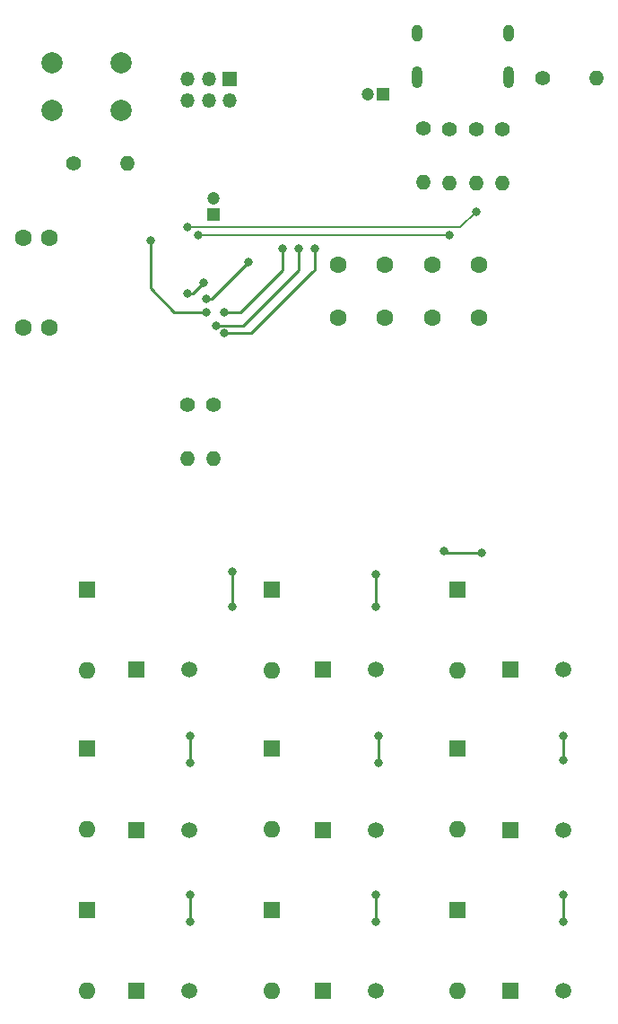
<source format=gbl>
G04 #@! TF.GenerationSoftware,KiCad,Pcbnew,(6.0.5)*
G04 #@! TF.CreationDate,2022-08-13T18:19:54+10:00*
G04 #@! TF.ProjectId,test_microcontroller,74657374-5f6d-4696-9372-6f636f6e7472,rev?*
G04 #@! TF.SameCoordinates,Original*
G04 #@! TF.FileFunction,Copper,L2,Bot*
G04 #@! TF.FilePolarity,Positive*
%FSLAX46Y46*%
G04 Gerber Fmt 4.6, Leading zero omitted, Abs format (unit mm)*
G04 Created by KiCad (PCBNEW (6.0.5)) date 2022-08-13 18:19:54*
%MOMM*%
%LPD*%
G01*
G04 APERTURE LIST*
G04 #@! TA.AperFunction,ComponentPad*
%ADD10R,1.600000X1.600000*%
G04 #@! TD*
G04 #@! TA.AperFunction,ComponentPad*
%ADD11O,1.600000X1.600000*%
G04 #@! TD*
G04 #@! TA.AperFunction,ComponentPad*
%ADD12R,1.508000X1.508000*%
G04 #@! TD*
G04 #@! TA.AperFunction,ComponentPad*
%ADD13C,1.508000*%
G04 #@! TD*
G04 #@! TA.AperFunction,ComponentPad*
%ADD14C,1.600000*%
G04 #@! TD*
G04 #@! TA.AperFunction,ComponentPad*
%ADD15C,1.400000*%
G04 #@! TD*
G04 #@! TA.AperFunction,ComponentPad*
%ADD16O,1.400000X1.400000*%
G04 #@! TD*
G04 #@! TA.AperFunction,ComponentPad*
%ADD17R,1.200000X1.200000*%
G04 #@! TD*
G04 #@! TA.AperFunction,ComponentPad*
%ADD18C,1.200000*%
G04 #@! TD*
G04 #@! TA.AperFunction,ComponentPad*
%ADD19R,1.350000X1.350000*%
G04 #@! TD*
G04 #@! TA.AperFunction,ComponentPad*
%ADD20O,1.350000X1.350000*%
G04 #@! TD*
G04 #@! TA.AperFunction,ComponentPad*
%ADD21O,1.000000X1.600000*%
G04 #@! TD*
G04 #@! TA.AperFunction,ComponentPad*
%ADD22O,1.000000X2.100000*%
G04 #@! TD*
G04 #@! TA.AperFunction,ComponentPad*
%ADD23C,2.000000*%
G04 #@! TD*
G04 #@! TA.AperFunction,ViaPad*
%ADD24C,0.800000*%
G04 #@! TD*
G04 #@! TA.AperFunction,Conductor*
%ADD25C,0.250000*%
G04 #@! TD*
G04 #@! TA.AperFunction,Conductor*
%ADD26C,0.200000*%
G04 #@! TD*
G04 APERTURE END LIST*
D10*
X43500000Y-74690000D03*
D11*
X43500000Y-82310000D03*
D12*
X65821850Y-97375000D03*
D13*
X70825650Y-97375000D03*
D12*
X83498100Y-97375000D03*
D13*
X88501900Y-97375000D03*
D12*
X65821850Y-82250000D03*
D13*
X70825650Y-82250000D03*
D12*
X65821850Y-112500000D03*
D13*
X70825650Y-112500000D03*
D14*
X37500000Y-50000000D03*
X40000000Y-50000000D03*
D10*
X61000000Y-74690000D03*
D11*
X61000000Y-82310000D03*
D15*
X86500000Y-26460000D03*
D16*
X91580000Y-26460000D03*
D14*
X80500000Y-44000000D03*
X80500000Y-49000000D03*
D17*
X55500000Y-39250000D03*
D18*
X55500000Y-37750000D03*
D19*
X57000000Y-26500000D03*
D20*
X57000000Y-28500000D03*
X55000000Y-26500000D03*
X55000000Y-28500000D03*
X53000000Y-26500000D03*
X53000000Y-28500000D03*
D15*
X42250000Y-34500000D03*
D16*
X47330000Y-34500000D03*
D14*
X71666668Y-44000000D03*
X71666668Y-49000000D03*
D15*
X80250000Y-31210000D03*
D16*
X80250000Y-36290000D03*
D21*
X74680000Y-22160000D03*
X83320000Y-22160000D03*
D22*
X83320000Y-26340000D03*
X74680000Y-26340000D03*
D10*
X78500000Y-104940000D03*
D11*
X78500000Y-112560000D03*
D15*
X75250000Y-31170000D03*
D16*
X75250000Y-36250000D03*
D12*
X48145600Y-82250000D03*
D13*
X53149400Y-82250000D03*
D23*
X46750000Y-25000000D03*
X40250000Y-25000000D03*
X46750000Y-29500000D03*
X40250000Y-29500000D03*
D12*
X83498100Y-82250000D03*
D13*
X88501900Y-82250000D03*
D17*
X71500000Y-27960000D03*
D18*
X70000000Y-27960000D03*
D15*
X77750000Y-31210000D03*
D16*
X77750000Y-36290000D03*
D15*
X82750000Y-31210000D03*
D16*
X82750000Y-36290000D03*
D12*
X48145600Y-112500000D03*
D13*
X53149400Y-112500000D03*
D15*
X53000000Y-57250000D03*
D16*
X53000000Y-62330000D03*
D10*
X43500000Y-89690000D03*
D11*
X43500000Y-97310000D03*
D12*
X48145600Y-97375000D03*
D13*
X53149400Y-97375000D03*
D12*
X83498100Y-112500000D03*
D13*
X88501900Y-112500000D03*
D14*
X37500000Y-41500000D03*
X40000000Y-41500000D03*
D10*
X43500000Y-104940000D03*
D11*
X43500000Y-112560000D03*
D14*
X76083334Y-44000000D03*
X76083334Y-49000000D03*
D10*
X78500000Y-89690000D03*
D11*
X78500000Y-97310000D03*
D10*
X61000000Y-89690000D03*
D11*
X61000000Y-97310000D03*
D10*
X61000000Y-104940000D03*
D11*
X61000000Y-112560000D03*
D10*
X78500000Y-74690000D03*
D11*
X78500000Y-82310000D03*
D15*
X55500000Y-57250000D03*
D16*
X55500000Y-62330000D03*
D14*
X67250000Y-44000000D03*
X67250000Y-49000000D03*
D24*
X49500000Y-41750000D03*
X54750000Y-48500000D03*
X80250000Y-39000000D03*
X53000000Y-40500000D03*
X77750000Y-41199500D03*
X54000000Y-41199500D03*
X53250000Y-103500000D03*
X53250000Y-106000000D03*
X57250000Y-76250000D03*
X57250000Y-73000000D03*
X53250000Y-91000000D03*
X53250000Y-88500000D03*
X70750000Y-76250000D03*
X71000000Y-91000000D03*
X70750000Y-73250000D03*
X70750000Y-103500000D03*
X70750000Y-106000000D03*
X71000000Y-88500000D03*
X88500000Y-103500000D03*
X88500000Y-106000000D03*
X88500000Y-90750000D03*
X80750000Y-71250000D03*
X88500000Y-88500000D03*
X77250000Y-71000000D03*
X54750000Y-47250000D03*
X58750000Y-43750000D03*
X54500000Y-45750000D03*
X53000000Y-46750000D03*
X62000000Y-42500000D03*
X56500000Y-48500000D03*
X55750000Y-49750000D03*
X63500000Y-42500000D03*
X56500000Y-50500000D03*
X65000000Y-42500000D03*
D25*
X54750000Y-48500000D02*
X51750000Y-48500000D01*
X49500000Y-46250000D02*
X49500000Y-41750000D01*
X51750000Y-48500000D02*
X49500000Y-46250000D01*
D26*
X78750000Y-40500000D02*
X80250000Y-39000000D01*
X53000000Y-40500000D02*
X78750000Y-40500000D01*
X77699500Y-41250000D02*
X54050500Y-41250000D01*
X77750000Y-41199500D02*
X77699500Y-41250000D01*
X54050500Y-41250000D02*
X54000000Y-41199500D01*
D25*
X57250000Y-76250000D02*
X57250000Y-73000000D01*
X53250000Y-103500000D02*
X53250000Y-106000000D01*
X53250000Y-88500000D02*
X53250000Y-91000000D01*
X70750000Y-103500000D02*
X70750000Y-106000000D01*
X70750000Y-73250000D02*
X70750000Y-76250000D01*
X71000000Y-88500000D02*
X71000000Y-91000000D01*
X88500000Y-103500000D02*
X88500000Y-106000000D01*
X88500000Y-88500000D02*
X88500000Y-90750000D01*
X77250000Y-71000000D02*
X77500000Y-71250000D01*
X77500000Y-71250000D02*
X80750000Y-71250000D01*
X54750000Y-47250000D02*
X55250000Y-47250000D01*
X55250000Y-47250000D02*
X58750000Y-43750000D01*
X53000000Y-46750000D02*
X53500000Y-46750000D01*
X53500000Y-46750000D02*
X54500000Y-45750000D01*
X56500000Y-48500000D02*
X58000000Y-48500000D01*
X58000000Y-48500000D02*
X62000000Y-44500000D01*
X62000000Y-44500000D02*
X62000000Y-42500000D01*
X55750000Y-49750000D02*
X58250000Y-49750000D01*
X58250000Y-49750000D02*
X63500000Y-44500000D01*
X63500000Y-44500000D02*
X63500000Y-42500000D01*
X59000000Y-50500000D02*
X64750000Y-44750000D01*
X56500000Y-50500000D02*
X59000000Y-50500000D01*
X65000000Y-44500000D02*
X65000000Y-42500000D01*
X64750000Y-44750000D02*
X65000000Y-44500000D01*
M02*

</source>
